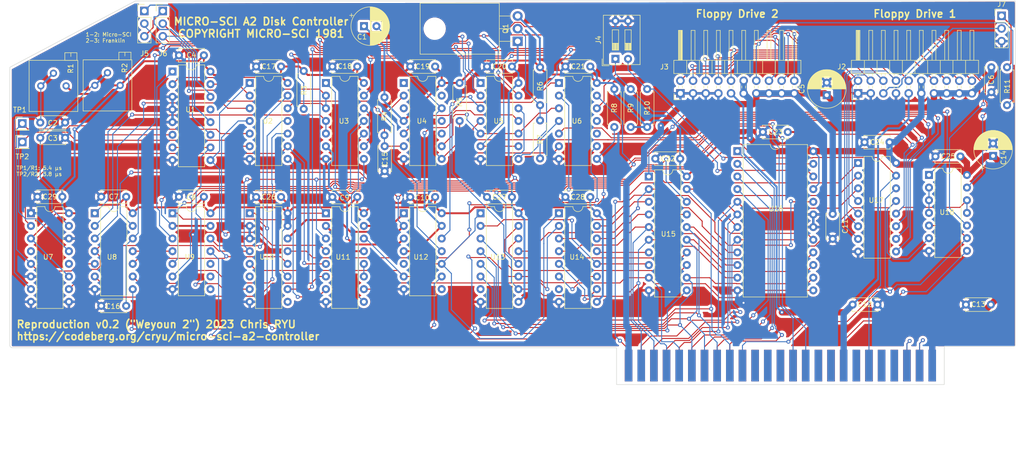
<source format=kicad_pcb>
(kicad_pcb (version 20221018) (generator pcbnew)

  (general
    (thickness 1.6)
  )

  (paper "A4")
  (layers
    (0 "F.Cu" signal)
    (31 "B.Cu" signal)
    (32 "B.Adhes" user "B.Adhesive")
    (33 "F.Adhes" user "F.Adhesive")
    (34 "B.Paste" user)
    (35 "F.Paste" user)
    (36 "B.SilkS" user "B.Silkscreen")
    (37 "F.SilkS" user "F.Silkscreen")
    (38 "B.Mask" user)
    (39 "F.Mask" user)
    (40 "Dwgs.User" user "User.Drawings")
    (41 "Cmts.User" user "User.Comments")
    (42 "Eco1.User" user "User.Eco1")
    (43 "Eco2.User" user "User.Eco2")
    (44 "Edge.Cuts" user)
    (45 "Margin" user)
    (46 "B.CrtYd" user "B.Courtyard")
    (47 "F.CrtYd" user "F.Courtyard")
    (48 "B.Fab" user)
    (49 "F.Fab" user)
    (50 "User.1" user)
    (51 "User.2" user)
    (52 "User.3" user)
    (53 "User.4" user)
    (54 "User.5" user)
    (55 "User.6" user)
    (56 "User.7" user)
    (57 "User.8" user)
    (58 "User.9" user)
  )

  (setup
    (stackup
      (layer "F.SilkS" (type "Top Silk Screen"))
      (layer "F.Paste" (type "Top Solder Paste"))
      (layer "F.Mask" (type "Top Solder Mask") (thickness 0.01))
      (layer "F.Cu" (type "copper") (thickness 0.035))
      (layer "dielectric 1" (type "core") (thickness 1.51) (material "FR4") (epsilon_r 4.5) (loss_tangent 0.02))
      (layer "B.Cu" (type "copper") (thickness 0.035))
      (layer "B.Mask" (type "Bottom Solder Mask") (thickness 0.01))
      (layer "B.Paste" (type "Bottom Solder Paste"))
      (layer "B.SilkS" (type "Bottom Silk Screen"))
      (copper_finish "None")
      (dielectric_constraints no)
    )
    (pad_to_mask_clearance 0)
    (pcbplotparams
      (layerselection 0x00010fc_ffffffff)
      (plot_on_all_layers_selection 0x0000000_00000000)
      (disableapertmacros false)
      (usegerberextensions false)
      (usegerberattributes true)
      (usegerberadvancedattributes true)
      (creategerberjobfile true)
      (dashed_line_dash_ratio 12.000000)
      (dashed_line_gap_ratio 3.000000)
      (svgprecision 4)
      (plotframeref false)
      (viasonmask false)
      (mode 1)
      (useauxorigin false)
      (hpglpennumber 1)
      (hpglpenspeed 20)
      (hpglpendiameter 15.000000)
      (dxfpolygonmode true)
      (dxfimperialunits true)
      (dxfusepcbnewfont true)
      (psnegative false)
      (psa4output false)
      (plotreference true)
      (plotvalue true)
      (plotinvisibletext false)
      (sketchpadsonfab false)
      (subtractmaskfromsilk false)
      (outputformat 1)
      (mirror false)
      (drillshape 1)
      (scaleselection 1)
      (outputdirectory "")
    )
  )

  (net 0 "")
  (net 1 "+5V")
  (net 2 "Net-(U4B-THR)")
  (net 3 "Net-(U7B-RCext)")
  (net 4 "GND")
  (net 5 "Net-(U7A-RCext)")
  (net 6 "Net-(J1-~{DMAIN})")
  (net 7 "Net-(J1-~{INTIN})")
  (net 8 "unconnected-(J1-~{DMA}-Pad22)")
  (net 9 "unconnected-(J1-~{RDY}-Pad21)")
  (net 10 "unconnected-(J1-~{IOSTRB}-Pad20)")
  (net 11 "unconnected-(J1-SYNC-Pad19)")
  (net 12 "R{slash}~{W}")
  (net 13 "unconnected-(J1-A15-Pad17)")
  (net 14 "unconnected-(J1-A14-Pad16)")
  (net 15 "unconnected-(J1-A13-Pad15)")
  (net 16 "unconnected-(J1-A12-Pad14)")
  (net 17 "unconnected-(J1-A11-Pad13)")
  (net 18 "unconnected-(J1-A10-Pad12)")
  (net 19 "unconnected-(J1-A9-Pad11)")
  (net 20 "unconnected-(J1-A8-Pad10)")
  (net 21 "A7")
  (net 22 "A6")
  (net 23 "A5")
  (net 24 "A4")
  (net 25 "A3")
  (net 26 "A2")
  (net 27 "A1")
  (net 28 "A0")
  (net 29 "~{IOSEL}")
  (net 30 "unconnected-(J1-~{NMI}-Pad29)")
  (net 31 "unconnected-(J1-~{IRQ}-Pad30)")
  (net 32 "~{RESET}")
  (net 33 "unconnected-(J1-~{INH}-Pad32)")
  (net 34 "-12V")
  (net 35 "-5V")
  (net 36 "unconnected-(J1-COLORREF{slash}M2B0-Pad35)")
  (net 37 "7M")
  (net 38 "Q3")
  (net 39 "unconnected-(J1-PHI1-Pad38)")
  (net 40 "unconnected-(J1-USER1{slash}SYNC{slash}M2SEL-Pad39)")
  (net 41 "unconnected-(J1-PHI0-Pad40)")
  (net 42 "~{DEVSEL}")
  (net 43 "D7")
  (net 44 "D6")
  (net 45 "D5")
  (net 46 "D4")
  (net 47 "D3")
  (net 48 "D2")
  (net 49 "D1")
  (net 50 "D0")
  (net 51 "+12V")
  (net 52 "PH0")
  (net 53 "PH1")
  (net 54 "PH2")
  (net 55 "PH3")
  (net 56 "~{WREQ}")
  (net 57 "~{EN.A}")
  (net 58 "RD")
  (net 59 "WR")
  (net 60 "PWM")
  (net 61 "~{EN.B}")
  (net 62 "Net-(U4A-THR)")
  (net 63 "Net-(R7-Pad1)")
  (net 64 "Net-(U1-~{MR})")
  (net 65 "Net-(U1-CEP)")
  (net 66 "Net-(J5-Pin_1)")
  (net 67 "Net-(J5-Pin_3)")
  (net 68 "unconnected-(U1-Q1-Pad13)")
  (net 69 "Net-(U1-TC)")
  (net 70 "Net-(U2-Pad3)")
  (net 71 "Net-(U11-D1)")
  (net 72 "CLOCK_0")
  (net 73 "CLOCK_1")
  (net 74 "S_CLK")
  (net 75 "Net-(U2-Pad10)")
  (net 76 "Net-(U12B-Q)")
  (net 77 "Net-(U2-Pad13)")
  (net 78 "Net-(U3-Pad4)")
  (net 79 "Net-(U3-Pad12)")
  (net 80 "Net-(U11-Cp)")
  (net 81 "unconnected-(U4A-DIS-Pad1)")
  (net 82 "unconnected-(U4A-CV-Pad3)")
  (net 83 "Net-(U4A-Q)")
  (net 84 "unconnected-(U4B-R-Pad10)")
  (net 85 "unconnected-(U4B-CV-Pad11)")
  (net 86 "unconnected-(U4B-DIS-Pad13)")
  (net 87 "DRVSEL")
  (net 88 "RW1")
  (net 89 "ENABLE")
  (net 90 "unconnected-(U6-Pad10)")
  (net 91 "unconnected-(U6-Pad11)")
  (net 92 "WRITE")
  (net 93 "unconnected-(U7A-~{Q}-Pad4)")
  (net 94 "unconnected-(U7B-~{Q}-Pad12)")
  (net 95 "DATA_CLK")
  (net 96 "Net-(U8-Pad11)")
  (net 97 "LATCH_D7")
  (net 98 "unconnected-(U9-Pad8)")
  (net 99 "unconnected-(U9-Pad9)")
  (net 100 "unconnected-(U9-Pad10)")
  (net 101 "DATA_RST")
  (net 102 "unconnected-(U10A-Q-Pad6)")
  (net 103 "unconnected-(U10B-~{Q}-Pad9)")
  (net 104 "Net-(U11-D4)")
  (net 105 "Net-(U10B-~{K})")
  (net 106 "Net-(U11-D3)")
  (net 107 "unconnected-(U12A-Q-Pad5)")
  (net 108 "unconnected-(U12B-~{Q}-Pad8)")
  (net 109 "LATCH_D3")
  (net 110 "unconnected-(U13-Dsl-Pad7)")
  (net 111 "LATCH_D6")
  (net 112 "LATCH_D5")
  (net 113 "LATCH_D4")
  (net 114 "unconnected-(U14-Dsl-Pad7)")
  (net 115 "LATCH_D2")
  (net 116 "LATCH_D1")
  (net 117 "LATCH_D0")
  (net 118 "Net-(U15-OE)")
  (net 119 "Net-(U18-Pad2)")
  (net 120 "+5C")
  (net 121 "Net-(Q1-B)")
  (net 122 "Net-(J6-Pin_2)")
  (net 123 "Net-(J6-Pin_3)")
  (net 124 "SDATA")
  (net 125 "~{TCNT}")
  (net 126 "~{RDSTS}")
  (net 127 "~{WRITE}")
  (net 128 "SR7")
  (net 129 "RDSTB")
  (net 130 "SS_DATA")
  (net 131 "BR_DATA")
  (net 132 "~{FF_RST}")
  (net 133 "GO")
  (net 134 "U12B_CLK")
  (net 135 "BQ3")
  (net 136 "~{WRT_CLK}")
  (net 137 "U12A_CLK")
  (net 138 "WRT_LD")
  (net 139 "~{SHFTCLK}")
  (net 140 "Net-(U16-A8)")
  (net 141 "Net-(U16-A9)")
  (net 142 "Net-(J2-Pin_5)")
  (net 143 "Net-(J7-Pin_1)")

  (footprint "Package_DIP:DIP-16_W7.62mm" (layer "F.Cu") (at 93.65 103.61))

  (footprint "Capacitor_THT:C_Disc_D5.0mm_W2.5mm_P5.00mm" (layer "F.Cu") (at 201.685 87.3 180))

  (footprint "Capacitor_THT:CP_Radial_D7.5mm_P2.50mm" (layer "F.Cu") (at 209.5 79.9 90))

  (footprint "Capacitor_THT:C_Disc_D5.0mm_W2.5mm_P5.00mm" (layer "F.Cu") (at 51.6 88.45))

  (footprint "Capacitor_THT:C_Disc_D5.0mm_W2.5mm_P5.00mm" (layer "F.Cu") (at 210.7 103.75 -90))

  (footprint "Connector_PinHeader_2.54mm:PinHeader_1x03_P2.54mm_Vertical" (layer "F.Cu") (at 244.6 63.975))

  (footprint "Capacitor_THT:C_Disc_D5.0mm_W2.5mm_P5.00mm" (layer "F.Cu") (at 146.3 74.15 180))

  (footprint "Resistor_THT:R_Axial_DIN0207_L6.3mm_D2.5mm_P7.62mm_Horizontal" (layer "F.Cu") (at 151.95 92.6 90))

  (footprint "Package_DIP:DIP-16_W7.62mm" (layer "F.Cu") (at 108.95 103.61))

  (footprint "Capacitor_THT:C_Disc_D5.0mm_W2.5mm_P5.00mm" (layer "F.Cu") (at 115.25 100.35 180))

  (footprint "Capacitor_THT:C_Disc_D5.0mm_W2.5mm_P5.00mm" (layer "F.Cu") (at 68.85 122.2 180))

  (footprint "Capacitor_THT:C_Disc_D5.0mm_W2.5mm_P5.00mm" (layer "F.Cu") (at 214.7 121.95))

  (footprint "Connector_PinHeader_2.54mm:PinHeader_1x03_P2.54mm_Vertical" (layer "F.Cu") (at 72.5 63))

  (footprint "Capacitor_THT:C_Disc_D5.0mm_W2.5mm_P5.00mm" (layer "F.Cu") (at 146.3 100.35 180))

  (footprint "Resistor_THT:R_Axial_DIN0207_L6.3mm_D2.5mm_P7.62mm_Horizontal" (layer "F.Cu") (at 173.45 86.3 90))

  (footprint "Capacitor_THT:CP_Radial_D7.5mm_P2.50mm" (layer "F.Cu") (at 116.6 66.05))

  (footprint "Capacitor_THT:C_Disc_D5.0mm_W2.5mm_P5.00mm" (layer "F.Cu") (at 84.45 100.3 180))

  (footprint "Capacitor_THT:C_Disc_D5.0mm_W2.5mm_P5.00mm" (layer "F.Cu") (at 236.33 92.2 180))

  (footprint "Package_TO_SOT_THT:TO-220-3_Horizontal_TabDown" (layer "F.Cu") (at 147.45 69.09 90))

  (footprint "Package_DIP:DIP-14_W7.62mm" (layer "F.Cu") (at 108.95 77.46))

  (footprint "Potentiometer_THT:Potentiometer_Bourns_3299P_Horizontal" (layer "F.Cu") (at 67.64 77.94 -90))

  (footprint "Capacitor_THT:C_Disc_D5.0mm_W2.5mm_P5.00mm" (layer "F.Cu") (at 68.85 100.3 180))

  (footprint "Resistor_THT:R_Axial_DIN0207_L6.3mm_D2.5mm_P7.62mm_Horizontal" (layer "F.Cu") (at 151.95 74.29 -90))

  (footprint "Resistor_THT:R_Axial_DIN0207_L6.3mm_D2.5mm_P7.62mm_Horizontal" (layer "F.Cu") (at 135.8 77.45 -90))

  (footprint "Capacitor_THT:C_Disc_D5.0mm_W2.5mm_P5.00mm" (layer "F.Cu") (at 162.03 74.15 180))

  (footprint "Capacitor_THT:C_Disc_D5.0mm_W2.5mm_P5.00mm" (layer "F.Cu") (at 130.88 100.35 180))

  (footprint "Package_DIP:DIP-14_W7.62mm" (layer "F.Cu") (at 124.58 77.46))

  (footprint "Resistor_THT:R_Axial_DIN0207_L6.3mm_D2.5mm_P7.62mm_Horizontal" (layer "F.Cu") (at 120.7 87.95 90))

  (footprint "Connector_PinHeader_2.54mm:PinHeader_1x03_P2.54mm_Vertical" (layer "F.Cu") (at 76.2 63))

  (footprint "Package_DIP:DIP-20_W7.62mm" (layer "F.Cu") (at 173.78 96.23))

  (footprint "Capacitor_THT:C_Disc_D5.0mm_W2.5mm_P5.00mm" (layer "F.Cu") (at 162.03 100.35 180))

  (footprint "apple2:Male_Card-Edge_50_pin__100_mil" (layer "F.Cu")
    (tstamp 73508db2-3506-4480-aca3-4c3ce6ca73fb)
    (at 200.2 134.2)
    (descr "A2_BUS")
    (property "Sheetfile" "MicroSci Floppy Controller.kicad_sch")
    (property "Sheetname" "")
    (property "ki_description" "Apple II expansion bus")
    (path "/7aec06c4-6a87-4510-aac7-6ff9185d647c")
    (attr through_hole)
    (fp_text reference "J1" (at 0 -5.08) (layer "F.SilkS") hide
        (effects (font (size 1.016 0.762) (thickness 0.127)))
      (tstamp 5b5fab75-9b1e-46ce-918c-d2517bf29ed5)
    )
    (fp_text value "A2Bus" (at 0 5.08) (layer "F.SilkS") hide
        (effects (font (size 1.016 0.762) (thickness 0.127)))
      (tstamp aff57ccf-21db-41c0-9a21-9ad53bca9de1)
    )
    (fp_poly
      (pts
        (xy -32.893 -3.81)
        (xy -31.75 -3.81)
        (xy -31.75 3.81)
        (xy -32.893 3.81)
      )

      (stroke (width 0.001) (type solid)) (fill solid) (layer "B.Mask") (tstamp 4b0d97d0-400f-49db-abe3-29a13b8219c1))
    (fp_poly
      (pts
        (xy 32.893 -3.81)
        (xy 31.75 -3.81)
        (xy 31.75 3.81)
        (xy 32.893 3.81)
      )

      (stroke (width 0.001) (type solid)) (fill solid) (layer "B.Mask") (tstamp 50a0748d-5e7e-4500-aab1-a643683d6b0a))
    (fp_poly
      (pts
        (xy -32.893 -3.81)
        (xy -31.75 -3.81)
        (xy -31.75 3.81)
        (xy -32.893 3.81)
      )

      (stroke (width 0.001) (type solid)) (fill solid) (layer "F.Mask") (tstamp 6db6a2f6-e125-41a5-b2a3-6904769534ca))
    (fp_poly
      (pts
        (xy 32.893 -3.81)
        (xy 31.75 -3.81)
        (xy 31.75 3.81)
        (xy 32.893 3.81)
      )

      (stroke (width 0.001) (type solid)) (fill solid) (layer "F.Mask") (tstamp bec922b0-56e9-4b83-a9cd-da43108ba281))
    (pad "1" smd rect (at -30.48 0 270) (size 6.35 1.524) (layers "F.Cu" "F.Mask")
      (net 29 "~{IOSEL}") (pinfunction "~{IOSEL}") (pintype "output") (solder_mask_margin 0.65) (clearance 0.254) (tstamp 72c8e675-8d24-4182-ba12-eb3de37ee80c))
    (pad "2" smd rect (at -27.94 0 270) (size 6.35 1.524) (layers "F.Cu" "F.Mask")
      (net 28 "A0") (pinfunction "A0") (pintype "bidirectional") (solder_mask_margin 0.65) (clearance 0.254) (tstamp e8732e29-dda7-4bd9-a9fc-51a5fcd6cbb3))
    (pad "3" smd rect (at -25.4 0 270) (size 6.35 1.524) (layers "F.Cu" "F.Mask")
      (net 27 "A1") (pinfunction "A1") (pintype "bidirectional") (solder_mask_margin 0.65) (clearance 0.254) (tstamp e3a1d39e-648f-4709-83f6-f0f5c9b7f3d8))
    (pad "4" smd rect (at -22.86 0 270) (size 6.35 1.524) (layers "F.Cu" "F.Mask")
      (net 26 "A2") (pinfunction "A2") (pintype "bidirectional") (solder_mask_margin 0.65) (clearance 0.254) (tstamp 78031448-1c63-49de-82b4-6cd93f28307b))
    (pad "5" smd rect (at -20.32 0 270) (size 6.35 1.524) (layers "F.Cu" "F.Mask")
      (net 25 "A3") (pinfunction "A3") (pintype "bidirectional") (solder_mask_margin 0.65) (clearance 0.254) (tstamp e2fa773e-faa6-4d7e-84ce-2413ee501f3e))
    (pad "6" smd rect (at -17.78 0 270) (size 6.35 1.524) (layers "F.Cu" "F.Mask")
      (net 24 "A4") (pinfunction "A4") (pintype "bidirectional") (solder_mask_margin 0.65) (clearance 0.254) (tstamp 46d40f8d-e801-4aa7-af03-0b432fe5e231))
    (pad "7" smd rect (at -15.24 0 270) (size 6.35 1.524) (layers "F.Cu" "F.Mask")
      (net 23 "A5") (pinfunction "A5") (pintype "bidirectional") (solder_mask_margin 0.65) (clearance 0.254) (tstamp 761f7047-fe19-477d-a2e9-06ea5e4a7845))
    (pad "8" smd rect (at -12.7 0 270) (size 6.35 1.524) (layers "F.Cu" "F.Mask")
      (net 22 "A6") (pinfunction "A6") (pintype "bidirectional") (solder_mask_margin 0.65) (clearance 0.254) (tstamp 108a3e82-5879-4c6d-8412-9d9366bb673b))
    (pad "9" smd rect (at -10.16 0 270) (size 6.35 1.524) (layers "F.Cu" "F.Mask")
      (net 21 "A7") (pinfunction "A7") (pintype "bidirectional") (solder_mask_margin 0.65) (clearance 0.254) (tstamp 13fb5ed8-39a1-4dd8-b111-ae802da7ade1))
    (pad "10" smd rect (at -7.62 0 270) (size 6.35 1.524) (layers "F.Cu" "F.Mask")
      (net 20 "unconnected-(J1-A8-Pad10)") (pinfunction "A8") (pintype "bidirectional+no_connect") (solder_mask_margin 0.65) (clearance 0.254) (tstamp a994dcb7-08dd-49fb-ab99-8fdea619bb18))
    (pad "11" smd rect (at -5.08 0 270) (size 6.35 1.524) (layers "F.Cu" "F.Mask")
      (net 19 "unconnected-(J1-A9-Pad11)") (pinfunction "A9") (pintype "bidirectional+no_connect") (solder_mask_margin 0.65) (clearance 0.254) (tstamp 5f786b0b-7efb-4f10-ad6f-2cab987fb1a6))
    (pad "12" smd rect (at -2.54 0 270) (size 6.35 1.524) (layers "F.Cu" "F.Mask")
      (net 18 "unconnected-(J1-A10-Pad12)") (pinfunction "A10") (pintype "bidirectional+no_connect") (solder_mask_margin 0.65) (clearance 0.254) (tstamp 16430343-c407-4c34-961b-000650b505ac))
    (pad "13" smd rect (at 0 0 270) (size 6.35 1.524) (layers "F.Cu" "F.Mask")
      (net 17 "unconnected-(J1-A11-Pad13)") (pinfunction "A11") (pintype "bidirectional+no_connect") (solder_mask_margin 0.65) (clearance 0.254) (tstamp 693edeb9-b4b0-4d68-9c46-5e8a1069196c))
    (pad "14" smd rect (at 2.54 0 270) (size 6.35 1.524) (layers "F.Cu" "F.Mask")
      (net 16 "unconnected-(J1-A12-Pad14)") (pinfunction "A12") (pintype "bidirectional+no_connect") (solder_mask_margin 0.65) (clearance 0.254) (tstamp 4b1b2cce-055d-40f9-9ee0-f77fc664da23))
    (pad "15" smd rect (at 5.08 0 270) (size 6.35 1.524) (layers "F.Cu" "F.Mask")
      (net 15 "unconnected-(J1-A13-Pad15)") (pinfunction "A13") (pintype "bidirectional+no_connect") (solder_mask_margin 0.65) (clearance 0.254) (tstamp cfc991c5-4af7-495c-8f6f-40177cae59ce))
    (pad "16" smd rect (at 7.62 0 270) (size 6.35 1.524) (layers "F.Cu" "F.Mask")
      (net 14 "unconnected-(J1-A14-Pad16)") (pinfunction "A14") (pintype "bidirectional+no_connect") (solder_mask_margin 0.65) (clearance 0.254) (tstamp 5820ea93-90ab-4df0-bb1b-13944e784a8b))
    (pad "17" smd rect (at 10.16 0 270) (size 6.35 1.524) (layers "F.Cu" "F.Mask")
      (net 13 "unconnected-(J1-A15-Pad17)") (pinfunction "A15") (pintype "bidirectional+no_connect") (solder_mask_margin 0.65) (clearance 0.254) (tstamp 24a42c8c-8d4e-4f05-89b0-53204f489978))
    (pad "18" smd rect (at 12.7 0 270) (size 6.35 1.524) (layers "F.Cu" "F.Mask")
      (net 12 "R{slash}~{W}") (pinfunction "R/~{W}") (pintype "bidirectional") (solder_mask_margin 0.65) (clearance 0.254) (tstamp 298da0d3-1f07-46da-a2ac-58160892ed03))
    (pad "19" smd rect (at 15.24 0 270) (size 6.35 1.524) (layers "F.Cu" "F.Mask")
      (net 11 "unconnected-(J1-SYNC-Pad19)") (pinfunction "SYNC") (pintype "output+no_connect") (solder_mask_margin 0.65) (clearance 0.254) (tstamp be1adf20-ca2a-48e6-808f-88c827d2d8a1))
    (pad "20" smd rect (at 17.78 0 270) (size 6.35 1.524) (layers "F.Cu" "F.Mask")
      (net 10 "unconnected-(J1-~{IOSTRB}-Pad20)") (pinfunction "~{IOSTRB}") (pintype "output+no_connect") (solder_mask_margin 0.65) (clearance 0.254) (tstamp c5d40151-58eb-4f50-9cf9-c040b7b5691b))
    (pad "21" smd rect (at 20.32 0 270) (size 6.35 1.524) (layers "F.Cu" "F.Mask")
      (net 9 "unconnected-(J1-~{RDY}-Pad21)") (pinfunction "~{RDY}") (pintype "input+no_connect") (solder_mask_margin 0.65) (clearance 0.254) (tstamp 7b0a4a38-534f-4da7-9869-fea5eca7bcbd))
    (pad "22" smd rect (at 22.86 0 270) (size 6.35 1.524) (layers "F.Cu" "F.Mask")
      (net 8 "unconnected-(J1-~{DMA}-Pad22)") (pinfunction "~{DMA}") (pintype "input+no_connect") (solder_mask_margin 0.65) (clearance 0.254) (tstamp 8ebcbd68-9f46-45e7-8150-1175628c1b45))
    (pad "23" smd rect (at 25.4 0 270) (size 6.35 1.524) (layers "F.Cu" "F.Mask")
      (net 7 "Net-(J1-~{INTIN})") (pinfunction "~{INTOUT}") (pintype "input") (solder_mask_margin 0.65) (clearance 0.254) (tstamp 5754c7d9-215a-4edb-
... [1717542 chars truncated]
</source>
